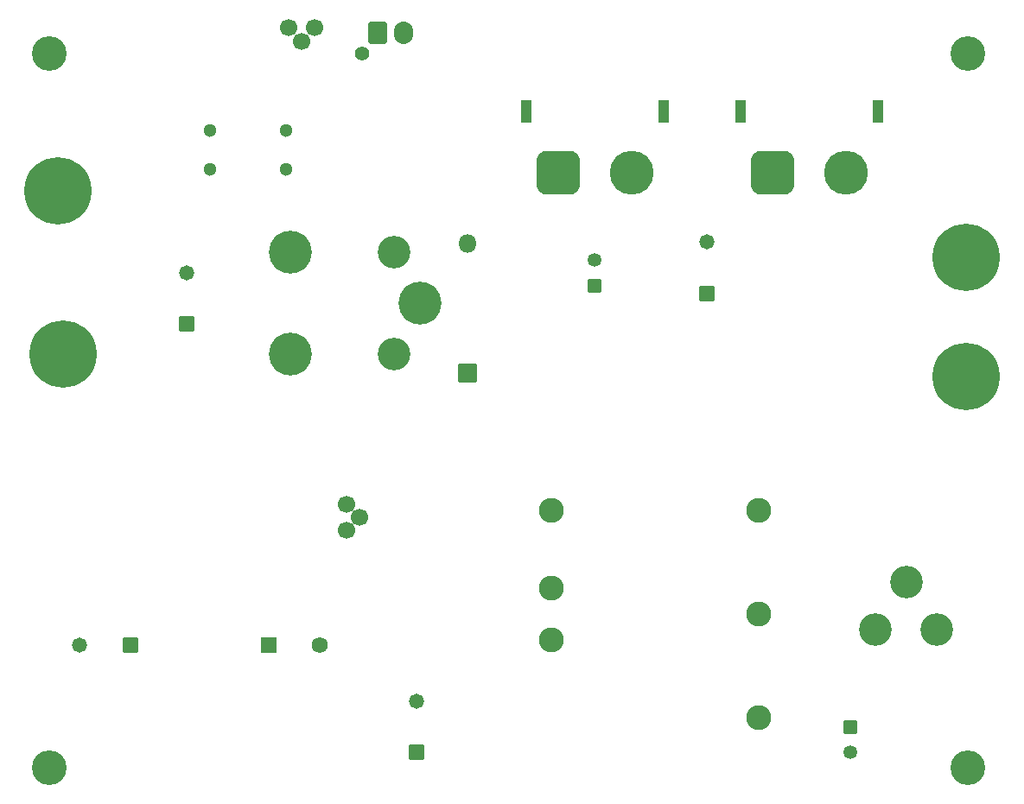
<source format=gbs>
%TF.GenerationSoftware,KiCad,Pcbnew,8.0.1*%
%TF.CreationDate,2024-05-22T17:07:33+09:00*%
%TF.ProjectId,power_bord,706f7765-725f-4626-9f72-642e6b696361,rev?*%
%TF.SameCoordinates,Original*%
%TF.FileFunction,Soldermask,Bot*%
%TF.FilePolarity,Negative*%
%FSLAX46Y46*%
G04 Gerber Fmt 4.6, Leading zero omitted, Abs format (unit mm)*
G04 Created by KiCad (PCBNEW 8.0.1) date 2024-05-22 17:07:33*
%MOMM*%
%LPD*%
G01*
G04 APERTURE LIST*
G04 Aperture macros list*
%AMRoundRect*
0 Rectangle with rounded corners*
0 $1 Rounding radius*
0 $2 $3 $4 $5 $6 $7 $8 $9 X,Y pos of 4 corners*
0 Add a 4 corners polygon primitive as box body*
4,1,4,$2,$3,$4,$5,$6,$7,$8,$9,$2,$3,0*
0 Add four circle primitives for the rounded corners*
1,1,$1+$1,$2,$3*
1,1,$1+$1,$4,$5*
1,1,$1+$1,$6,$7*
1,1,$1+$1,$8,$9*
0 Add four rect primitives between the rounded corners*
20,1,$1+$1,$2,$3,$4,$5,0*
20,1,$1+$1,$4,$5,$6,$7,0*
20,1,$1+$1,$6,$7,$8,$9,0*
20,1,$1+$1,$8,$9,$2,$3,0*%
G04 Aperture macros list end*
%ADD10C,1.700000*%
%ADD11C,4.200000*%
%ADD12C,3.200000*%
%ADD13RoundRect,0.100000X-0.450000X-1.000000X0.450000X-1.000000X0.450000X1.000000X-0.450000X1.000000X0*%
%ADD14RoundRect,1.075000X-1.075000X-1.075000X1.075000X-1.075000X1.075000X1.075000X-1.075000X1.075000X0*%
%ADD15C,4.300000*%
%ADD16C,3.400000*%
%ADD17C,1.000000*%
%ADD18C,6.600000*%
%ADD19RoundRect,0.100000X0.575000X-0.575000X0.575000X0.575000X-0.575000X0.575000X-0.575000X-0.575000X0*%
%ADD20C,1.350000*%
%ADD21C,1.400000*%
%ADD22RoundRect,0.279412X-0.670588X-0.820588X0.670588X-0.820588X0.670588X0.820588X-0.670588X0.820588X0*%
%ADD23O,1.900000X2.200000*%
%ADD24C,2.450000*%
%ADD25C,1.300000*%
%ADD26RoundRect,0.100000X-0.575000X0.575000X-0.575000X-0.575000X0.575000X-0.575000X0.575000X0.575000X0*%
%ADD27RoundRect,0.100000X0.637500X-0.637500X0.637500X0.637500X-0.637500X0.637500X-0.637500X-0.637500X0*%
%ADD28C,1.475000*%
%ADD29RoundRect,0.100000X-0.690500X-0.690500X0.690500X-0.690500X0.690500X0.690500X-0.690500X0.690500X0*%
%ADD30C,1.581000*%
%ADD31RoundRect,0.100000X0.800000X-0.800000X0.800000X0.800000X-0.800000X0.800000X-0.800000X-0.800000X0*%
%ADD32O,1.800000X1.800000*%
%ADD33RoundRect,0.100000X0.637500X0.637500X-0.637500X0.637500X-0.637500X-0.637500X0.637500X-0.637500X0*%
G04 APERTURE END LIST*
D10*
%TO.C,Q2*%
X86000000Y-37500000D03*
X84730000Y-38800000D03*
X83460000Y-37500000D03*
%TD*%
%TO.C,Q1*%
X89158000Y-84230000D03*
X90458000Y-85500000D03*
X89158000Y-86770000D03*
%TD*%
D11*
%TO.C,K1*%
X96350000Y-64500000D03*
X83650000Y-59500000D03*
X83650000Y-69500000D03*
D12*
X93850000Y-69500000D03*
X93850000Y-59500000D03*
%TD*%
D13*
%TO.C,J2*%
X127750000Y-45650000D03*
X141250000Y-45650000D03*
D14*
X130900000Y-51650000D03*
D15*
X138100000Y-51650000D03*
%TD*%
D16*
%TO.C,H10*%
X150000000Y-110000000D03*
%TD*%
D17*
%TO.C,H1*%
X63800000Y-69500000D03*
X63097056Y-71197056D03*
X63097056Y-67802944D03*
X61400000Y-71900000D03*
D18*
X61400000Y-69500000D03*
D17*
X61400000Y-67100000D03*
X59702944Y-71197056D03*
X59702944Y-67802944D03*
X59000000Y-69500000D03*
%TD*%
D13*
%TO.C,J3*%
X106750000Y-45650000D03*
X120250000Y-45650000D03*
D14*
X109900000Y-51650000D03*
D15*
X117100000Y-51650000D03*
%TD*%
D19*
%TO.C,C10*%
X113500000Y-62750000D03*
D20*
X113500000Y-60250000D03*
%TD*%
D21*
%TO.C,J1*%
X90650000Y-40000000D03*
D22*
X92250000Y-38000000D03*
D23*
X94750000Y-38000000D03*
%TD*%
D16*
%TO.C,H7*%
X60000000Y-40000000D03*
%TD*%
D17*
%TO.C,H2*%
X63300000Y-53500000D03*
X62597056Y-55197056D03*
X62597056Y-51802944D03*
X60900000Y-55900000D03*
D18*
X60900000Y-53500000D03*
D17*
X60900000Y-51100000D03*
X59202944Y-55197056D03*
X59202944Y-51802944D03*
X58500000Y-53500000D03*
%TD*%
D24*
%TO.C,PS1*%
X109220000Y-84800000D03*
X109220000Y-92420000D03*
X109220000Y-97500000D03*
X129540000Y-105120000D03*
X129540000Y-94960000D03*
X129540000Y-84800000D03*
%TD*%
D25*
%TO.C,R3*%
X75750000Y-51310000D03*
X83250000Y-51310000D03*
X83250000Y-47500000D03*
X75750000Y-47500000D03*
%TD*%
D26*
%TO.C,C12*%
X138500000Y-106000000D03*
D20*
X138500000Y-108500000D03*
%TD*%
D17*
%TO.C,H6*%
X152300000Y-60000000D03*
X151597056Y-61697056D03*
X151597056Y-58302944D03*
X149900000Y-62400000D03*
D18*
X149900000Y-60000000D03*
D17*
X149900000Y-57600000D03*
X148202944Y-61697056D03*
X148202944Y-58302944D03*
X147500000Y-60000000D03*
%TD*%
D27*
%TO.C,C11*%
X124500000Y-63500000D03*
D28*
X124500000Y-58500000D03*
%TD*%
D16*
%TO.C,H9*%
X60000000Y-110000000D03*
%TD*%
D29*
%TO.C,L1*%
X81500000Y-98000000D03*
D30*
X86500000Y-98000000D03*
%TD*%
D31*
%TO.C,D1*%
X101000000Y-71350000D03*
D32*
X101000000Y-58650000D03*
%TD*%
D16*
%TO.C,H8*%
X150000000Y-40000000D03*
%TD*%
D12*
%TO.C,J4*%
X141000000Y-96500000D03*
X147000000Y-96500000D03*
X144000000Y-91800000D03*
%TD*%
D27*
%TO.C,C1*%
X73500000Y-66500000D03*
D28*
X73500000Y-61500000D03*
%TD*%
D27*
%TO.C,C4*%
X96000000Y-108500000D03*
D28*
X96000000Y-103500000D03*
%TD*%
D33*
%TO.C,C2*%
X68000000Y-98000000D03*
D28*
X63000000Y-98000000D03*
%TD*%
D17*
%TO.C,H5*%
X152300000Y-71652944D03*
X151597056Y-73350000D03*
X151597056Y-69955888D03*
X149900000Y-74052944D03*
D18*
X149900000Y-71652944D03*
D17*
X149900000Y-69252944D03*
X148202944Y-73350000D03*
X148202944Y-69955888D03*
X147500000Y-71652944D03*
%TD*%
M02*

</source>
